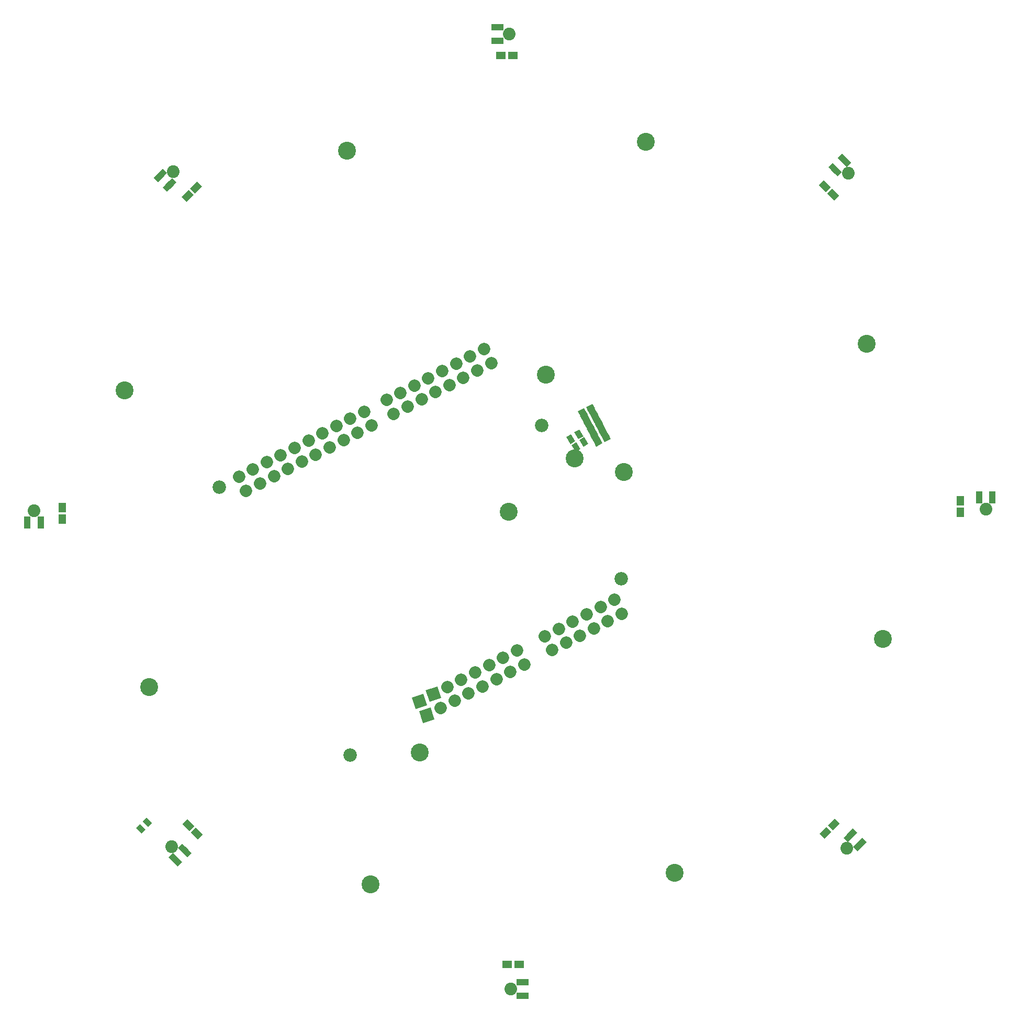
<source format=gbr>
G04 #@! TF.FileFunction,Soldermask,Top*
%FSLAX46Y46*%
G04 Gerber Fmt 4.6, Leading zero omitted, Abs format (unit mm)*
G04 Created by KiCad (PCBNEW 4.0.7) date 03/16/18 10:32:41*
%MOMM*%
%LPD*%
G01*
G04 APERTURE LIST*
%ADD10C,0.100000*%
%ADD11C,2.899360*%
%ADD12R,1.150000X1.600000*%
%ADD13R,1.600000X1.150000*%
%ADD14C,2.050000*%
%ADD15R,0.800000X1.000000*%
%ADD16R,1.000000X0.800000*%
%ADD17C,2.000000*%
%ADD18C,2.180000*%
G04 APERTURE END LIST*
D10*
D11*
X126756160Y-101818440D03*
X68630800Y-130175000D03*
X64688720Y-82115660D03*
X100599240Y-43340020D03*
X148960840Y-41917620D03*
X184724040Y-74632820D03*
X187360560Y-122326400D03*
X153619200Y-160223200D03*
X104444800Y-162052000D03*
X132836920Y-79636620D03*
X137439400Y-93167200D03*
D12*
X54594760Y-102986880D03*
X54594760Y-101086880D03*
D10*
G36*
X74669150Y-51644023D02*
X73855977Y-50830850D01*
X74987348Y-49699479D01*
X75800521Y-50512652D01*
X74669150Y-51644023D01*
X74669150Y-51644023D01*
G37*
G36*
X76012652Y-50300521D02*
X75199479Y-49487348D01*
X76330850Y-48355977D01*
X77144023Y-49169150D01*
X76012652Y-50300521D01*
X76012652Y-50300521D01*
G37*
D13*
X125550000Y-28000000D03*
X127450000Y-28000000D03*
D10*
G36*
X179535090Y-151411297D02*
X180348263Y-152224470D01*
X179216892Y-153355841D01*
X178403719Y-152542668D01*
X179535090Y-151411297D01*
X179535090Y-151411297D01*
G37*
G36*
X178191588Y-152754799D02*
X179004761Y-153567972D01*
X177873390Y-154699343D01*
X177060217Y-153886170D01*
X178191588Y-152754799D01*
X178191588Y-152754799D01*
G37*
D12*
X199834500Y-100015000D03*
X199834500Y-101915000D03*
D10*
G36*
X176948457Y-48958230D02*
X177761630Y-48145057D01*
X178893001Y-49276428D01*
X178079828Y-50089601D01*
X176948457Y-48958230D01*
X176948457Y-48958230D01*
G37*
G36*
X178291959Y-50301732D02*
X179105132Y-49488559D01*
X180236503Y-50619930D01*
X179423330Y-51433103D01*
X178291959Y-50301732D01*
X178291959Y-50301732D01*
G37*
D13*
X128470700Y-174993300D03*
X126570700Y-174993300D03*
D10*
G36*
X77305543Y-153997930D02*
X76492370Y-154811103D01*
X75360999Y-153679732D01*
X76174172Y-152866559D01*
X77305543Y-153997930D01*
X77305543Y-153997930D01*
G37*
G36*
X75962041Y-152654428D02*
X75148868Y-153467601D01*
X74017497Y-152336230D01*
X74830670Y-151523057D01*
X75962041Y-152654428D01*
X75962041Y-152654428D01*
G37*
G36*
X139003925Y-89713636D02*
X139702415Y-90810045D01*
X138943363Y-91293614D01*
X138244873Y-90197205D01*
X139003925Y-89713636D01*
X139003925Y-89713636D01*
G37*
G36*
X137738837Y-90519586D02*
X138437327Y-91615995D01*
X137678275Y-92099564D01*
X136979785Y-91003155D01*
X137738837Y-90519586D01*
X137738837Y-90519586D01*
G37*
G36*
X138186444Y-88468086D02*
X138865692Y-89576518D01*
X138098316Y-90046766D01*
X137419068Y-88938334D01*
X138186444Y-88468086D01*
X138186444Y-88468086D01*
G37*
G36*
X136907484Y-89251834D02*
X137586732Y-90360266D01*
X136819356Y-90830514D01*
X136140108Y-89722082D01*
X136907484Y-89251834D01*
X136907484Y-89251834D01*
G37*
G36*
X140113973Y-87147681D02*
X140497224Y-87883900D01*
X139468291Y-88419529D01*
X139085040Y-87683310D01*
X140113973Y-87147681D01*
X140113973Y-87147681D01*
G37*
G36*
X141462230Y-86445823D02*
X141845481Y-87182042D01*
X140816548Y-87717671D01*
X140433297Y-86981452D01*
X141462230Y-86445823D01*
X141462230Y-86445823D01*
G37*
G36*
X140483372Y-87857289D02*
X140866623Y-88593508D01*
X139837690Y-89129137D01*
X139454439Y-88392918D01*
X140483372Y-87857289D01*
X140483372Y-87857289D01*
G37*
G36*
X141831629Y-87155431D02*
X142214880Y-87891650D01*
X141185947Y-88427279D01*
X140802696Y-87691060D01*
X141831629Y-87155431D01*
X141831629Y-87155431D01*
G37*
G36*
X139744574Y-86438072D02*
X140127825Y-87174291D01*
X139098892Y-87709920D01*
X138715641Y-86973701D01*
X139744574Y-86438072D01*
X139744574Y-86438072D01*
G37*
G36*
X140852771Y-88566898D02*
X141236022Y-89303117D01*
X140207089Y-89838746D01*
X139823838Y-89102527D01*
X140852771Y-88566898D01*
X140852771Y-88566898D01*
G37*
G36*
X142201028Y-87865040D02*
X142584279Y-88601259D01*
X141555346Y-89136888D01*
X141172095Y-88400669D01*
X142201028Y-87865040D01*
X142201028Y-87865040D01*
G37*
G36*
X141092831Y-85736214D02*
X141476082Y-86472433D01*
X140447149Y-87008062D01*
X140063898Y-86271843D01*
X141092831Y-85736214D01*
X141092831Y-85736214D01*
G37*
G36*
X141222170Y-89276507D02*
X141605421Y-90012726D01*
X140576488Y-90548355D01*
X140193237Y-89812136D01*
X141222170Y-89276507D01*
X141222170Y-89276507D01*
G37*
G36*
X141591569Y-89986115D02*
X141974820Y-90722334D01*
X140945887Y-91257963D01*
X140562636Y-90521744D01*
X141591569Y-89986115D01*
X141591569Y-89986115D01*
G37*
G36*
X139005777Y-85018855D02*
X139389028Y-85755074D01*
X138360095Y-86290703D01*
X137976844Y-85554484D01*
X139005777Y-85018855D01*
X139005777Y-85018855D01*
G37*
G36*
X139375176Y-85728463D02*
X139758427Y-86464682D01*
X138729494Y-87000311D01*
X138346243Y-86264092D01*
X139375176Y-85728463D01*
X139375176Y-85728463D01*
G37*
G36*
X140723432Y-85026605D02*
X141106683Y-85762824D01*
X140077750Y-86298453D01*
X139694499Y-85562234D01*
X140723432Y-85026605D01*
X140723432Y-85026605D01*
G37*
G36*
X140354033Y-84316997D02*
X140737284Y-85053216D01*
X139708351Y-85588845D01*
X139325100Y-84852626D01*
X140354033Y-84316997D01*
X140354033Y-84316997D01*
G37*
G36*
X142939825Y-89284257D02*
X143323076Y-90020476D01*
X142294143Y-90556105D01*
X141910892Y-89819886D01*
X142939825Y-89284257D01*
X142939825Y-89284257D01*
G37*
G36*
X142570426Y-88574649D02*
X142953677Y-89310868D01*
X141924744Y-89846497D01*
X141541493Y-89110278D01*
X142570426Y-88574649D01*
X142570426Y-88574649D01*
G37*
G36*
X67393531Y-153860547D02*
X66474293Y-152941309D01*
X67110689Y-152304913D01*
X68029927Y-153224151D01*
X67393531Y-153860547D01*
X67393531Y-153860547D01*
G37*
G36*
X68454191Y-152799887D02*
X67534953Y-151880649D01*
X68171349Y-151244253D01*
X69090587Y-152163491D01*
X68454191Y-152799887D01*
X68454191Y-152799887D01*
G37*
G36*
X73264430Y-159177134D02*
X72698745Y-158611449D01*
X73405852Y-157904342D01*
X73971537Y-158470027D01*
X73264430Y-159177134D01*
X73264430Y-159177134D01*
G37*
G36*
X72345191Y-158257895D02*
X71779506Y-157692210D01*
X72486613Y-156985103D01*
X73052298Y-157550788D01*
X72345191Y-158257895D01*
X72345191Y-158257895D01*
G37*
G36*
X72804811Y-158717514D02*
X72239126Y-158151829D01*
X72946233Y-157444722D01*
X73511918Y-158010407D01*
X72804811Y-158717514D01*
X72804811Y-158717514D01*
G37*
G36*
X74774103Y-157660390D02*
X74208418Y-157094705D01*
X74915525Y-156387598D01*
X75481210Y-156953283D01*
X74774103Y-157660390D01*
X74774103Y-157660390D01*
G37*
G36*
X74318019Y-157204306D02*
X73752334Y-156638621D01*
X74459441Y-155931514D01*
X75025126Y-156497199D01*
X74318019Y-157204306D01*
X74318019Y-157204306D01*
G37*
G36*
X73858400Y-156744686D02*
X73292715Y-156179001D01*
X73999822Y-155471894D01*
X74565507Y-156037579D01*
X73858400Y-156744686D01*
X73858400Y-156744686D01*
G37*
D14*
X72274481Y-155959798D03*
D15*
X129680000Y-180070000D03*
X128380000Y-180070000D03*
X129030000Y-180070000D03*
X129675000Y-177930000D03*
X129030000Y-177930000D03*
X128380000Y-177930000D03*
D14*
X127105000Y-178995000D03*
D10*
G36*
X180735570Y-43822866D02*
X181301255Y-44388551D01*
X180594148Y-45095658D01*
X180028463Y-44529973D01*
X180735570Y-43822866D01*
X180735570Y-43822866D01*
G37*
G36*
X181654809Y-44742105D02*
X182220494Y-45307790D01*
X181513387Y-46014897D01*
X180947702Y-45449212D01*
X181654809Y-44742105D01*
X181654809Y-44742105D01*
G37*
G36*
X181195189Y-44282486D02*
X181760874Y-44848171D01*
X181053767Y-45555278D01*
X180488082Y-44989593D01*
X181195189Y-44282486D01*
X181195189Y-44282486D01*
G37*
G36*
X179225897Y-45339610D02*
X179791582Y-45905295D01*
X179084475Y-46612402D01*
X178518790Y-46046717D01*
X179225897Y-45339610D01*
X179225897Y-45339610D01*
G37*
G36*
X179681981Y-45795694D02*
X180247666Y-46361379D01*
X179540559Y-47068486D01*
X178974874Y-46502801D01*
X179681981Y-45795694D01*
X179681981Y-45795694D01*
G37*
G36*
X180141600Y-46255314D02*
X180707285Y-46820999D01*
X180000178Y-47528106D01*
X179434493Y-46962421D01*
X180141600Y-46255314D01*
X180141600Y-46255314D01*
G37*
D14*
X181725519Y-47040202D03*
D16*
X205070000Y-98820000D03*
X205070000Y-100120000D03*
X205070000Y-99470000D03*
X202930000Y-98825000D03*
X202930000Y-99470000D03*
X202930000Y-100120000D03*
D14*
X203995000Y-101395000D03*
D10*
G36*
X184677134Y-155235570D02*
X184111449Y-155801255D01*
X183404342Y-155094148D01*
X183970027Y-154528463D01*
X184677134Y-155235570D01*
X184677134Y-155235570D01*
G37*
G36*
X183757895Y-156154809D02*
X183192210Y-156720494D01*
X182485103Y-156013387D01*
X183050788Y-155447702D01*
X183757895Y-156154809D01*
X183757895Y-156154809D01*
G37*
G36*
X184217514Y-155695189D02*
X183651829Y-156260874D01*
X182944722Y-155553767D01*
X183510407Y-154988082D01*
X184217514Y-155695189D01*
X184217514Y-155695189D01*
G37*
G36*
X183160390Y-153725897D02*
X182594705Y-154291582D01*
X181887598Y-153584475D01*
X182453283Y-153018790D01*
X183160390Y-153725897D01*
X183160390Y-153725897D01*
G37*
G36*
X182704306Y-154181981D02*
X182138621Y-154747666D01*
X181431514Y-154040559D01*
X181997199Y-153474874D01*
X182704306Y-154181981D01*
X182704306Y-154181981D01*
G37*
G36*
X182244686Y-154641600D02*
X181679001Y-155207285D01*
X180971894Y-154500178D01*
X181537579Y-153934493D01*
X182244686Y-154641600D01*
X182244686Y-154641600D01*
G37*
D14*
X181459798Y-156225519D03*
D15*
X124320000Y-23430000D03*
X125620000Y-23430000D03*
X124970000Y-23430000D03*
X124325000Y-25570000D03*
X124970000Y-25570000D03*
X125620000Y-25570000D03*
D14*
X126895000Y-24505000D03*
D10*
G36*
X69322866Y-47764430D02*
X69888551Y-47198745D01*
X70595658Y-47905852D01*
X70029973Y-48471537D01*
X69322866Y-47764430D01*
X69322866Y-47764430D01*
G37*
G36*
X70242105Y-46845191D02*
X70807790Y-46279506D01*
X71514897Y-46986613D01*
X70949212Y-47552298D01*
X70242105Y-46845191D01*
X70242105Y-46845191D01*
G37*
G36*
X69782486Y-47304811D02*
X70348171Y-46739126D01*
X71055278Y-47446233D01*
X70489593Y-48011918D01*
X69782486Y-47304811D01*
X69782486Y-47304811D01*
G37*
G36*
X70839610Y-49274103D02*
X71405295Y-48708418D01*
X72112402Y-49415525D01*
X71546717Y-49981210D01*
X70839610Y-49274103D01*
X70839610Y-49274103D01*
G37*
G36*
X71295694Y-48818019D02*
X71861379Y-48252334D01*
X72568486Y-48959441D01*
X72002801Y-49525126D01*
X71295694Y-48818019D01*
X71295694Y-48818019D01*
G37*
G36*
X71755314Y-48358400D02*
X72320999Y-47792715D01*
X73028106Y-48499822D01*
X72462421Y-49065507D01*
X71755314Y-48358400D01*
X71755314Y-48358400D01*
G37*
D14*
X72540202Y-46774481D03*
D16*
X48930000Y-104180000D03*
X48930000Y-102880000D03*
X48930000Y-103530000D03*
X51070000Y-104175000D03*
X51070000Y-103530000D03*
X51070000Y-102880000D03*
D14*
X50005000Y-101605000D03*
D11*
X112395000Y-140703300D03*
X145440400Y-95389700D03*
D17*
X121726111Y-78920525D02*
X121726111Y-78920525D01*
X123979119Y-77747684D02*
X123979119Y-77747684D01*
X88835749Y-96042164D02*
X88835749Y-96042164D01*
X91088757Y-94869323D02*
X91088757Y-94869323D01*
X93341764Y-93696481D02*
X93341764Y-93696481D01*
X95594772Y-92523640D02*
X95594772Y-92523640D01*
X97847779Y-91350798D02*
X97847779Y-91350798D01*
X100100787Y-90177957D02*
X100100787Y-90177957D01*
X102353795Y-89005115D02*
X102353795Y-89005115D01*
X104606802Y-87832274D02*
X104606802Y-87832274D01*
X108208066Y-85957574D02*
X108208066Y-85957574D01*
X110461074Y-84784733D02*
X110461074Y-84784733D01*
X112714081Y-83611891D02*
X112714081Y-83611891D01*
X114967089Y-82439050D02*
X114967089Y-82439050D01*
X117220096Y-81266208D02*
X117220096Y-81266208D01*
X119473104Y-80093367D02*
X119473104Y-80093367D01*
X86582742Y-97215006D02*
X86582742Y-97215006D01*
X84329734Y-98387847D02*
X84329734Y-98387847D01*
X143917424Y-116048812D02*
X143917424Y-116048812D01*
X141664416Y-117221653D02*
X141664416Y-117221653D01*
X139411409Y-118394495D02*
X139411409Y-118394495D01*
X137158401Y-119567336D02*
X137158401Y-119567336D01*
X134905394Y-120740178D02*
X134905394Y-120740178D01*
X132652386Y-121913019D02*
X132652386Y-121913019D01*
X128146371Y-124258702D02*
X128146371Y-124258702D01*
X125893364Y-125431544D02*
X125893364Y-125431544D01*
X123640356Y-126604385D02*
X123640356Y-126604385D01*
X121387349Y-127777227D02*
X121387349Y-127777227D01*
X119134341Y-128950068D02*
X119134341Y-128950068D01*
X116881334Y-130122910D02*
X116881334Y-130122910D01*
D10*
G36*
X113373903Y-130642740D02*
X115281337Y-130041328D01*
X115882749Y-131948762D01*
X113975315Y-132550174D01*
X113373903Y-130642740D01*
X113373903Y-130642740D01*
G37*
G36*
X111120896Y-131815581D02*
X113028330Y-131214169D01*
X113629742Y-133121603D01*
X111722308Y-133723015D01*
X111120896Y-131815581D01*
X111120896Y-131815581D01*
G37*
D17*
X83156893Y-96134840D02*
X83156893Y-96134840D01*
X85409900Y-94961998D02*
X85409900Y-94961998D01*
D10*
G36*
X112293737Y-134068589D02*
X114201171Y-133467177D01*
X114802583Y-135374611D01*
X112895149Y-135976023D01*
X112293737Y-134068589D01*
X112293737Y-134068589D01*
G37*
D17*
X118300262Y-77840359D02*
X118300262Y-77840359D01*
X115801168Y-133548759D02*
X115801168Y-133548759D01*
X116047255Y-79013201D02*
X116047255Y-79013201D01*
X118054175Y-132375917D02*
X118054175Y-132375917D01*
X113794247Y-80186042D02*
X113794247Y-80186042D01*
X120307183Y-131203076D02*
X120307183Y-131203076D01*
X111541240Y-81358884D02*
X111541240Y-81358884D01*
X122560190Y-130030234D02*
X122560190Y-130030234D01*
X109288232Y-82531725D02*
X109288232Y-82531725D01*
X124813198Y-128857393D02*
X124813198Y-128857393D01*
X107035225Y-83704567D02*
X107035225Y-83704567D01*
X127066205Y-127684551D02*
X127066205Y-127684551D01*
X103433961Y-85579266D02*
X103433961Y-85579266D01*
X129319213Y-126511710D02*
X129319213Y-126511710D01*
X101180953Y-86752108D02*
X101180953Y-86752108D01*
X133825228Y-124166027D02*
X133825228Y-124166027D01*
X98927946Y-87924949D02*
X98927946Y-87924949D01*
X136078235Y-122993185D02*
X136078235Y-122993185D01*
X96674938Y-89097791D02*
X96674938Y-89097791D01*
X138331243Y-121820344D02*
X138331243Y-121820344D01*
X94421930Y-90270632D02*
X94421930Y-90270632D01*
X140584250Y-120647502D02*
X140584250Y-120647502D01*
X92168923Y-91443474D02*
X92168923Y-91443474D01*
X142837258Y-119474661D02*
X142837258Y-119474661D01*
X89915915Y-92616315D02*
X89915915Y-92616315D01*
X145090265Y-118301819D02*
X145090265Y-118301819D01*
X87662908Y-93789157D02*
X87662908Y-93789157D01*
X122806277Y-75494677D02*
X122806277Y-75494677D01*
X120553270Y-76667518D02*
X120553270Y-76667518D01*
D18*
X101156619Y-141172228D03*
X79999134Y-97778665D03*
X132096334Y-87839880D03*
X144997590Y-112622963D03*
M02*

</source>
